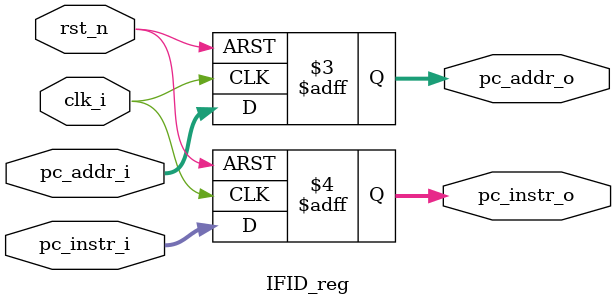
<source format=v>
module IFID_reg (clk_i, rst_n, pc_addr_i , pc_instr_i , pc_instr_o, pc_addr_o);

input           clk_i;
input	        rst_n;
input  [32-1:0] pc_addr_i;
input  [32-1:0] pc_instr_i;
output [32-1:0] pc_addr_o;
output [32-1:0] pc_instr_o;
 
//Internal Signals
reg    [32-1:0] pc_addr_o;
reg [32-1:0] pc_instr_o;

//Main function
always @(posedge clk_i or negedge rst_n) begin
    	if(~rst_n) begin
	    pc_addr_o <= 0;
	    pc_instr_o <=0;
	end
	else begin
	    pc_addr_o <= pc_addr_i;
	    pc_instr_o <= pc_instr_i;
	end
end

endmodule
</source>
